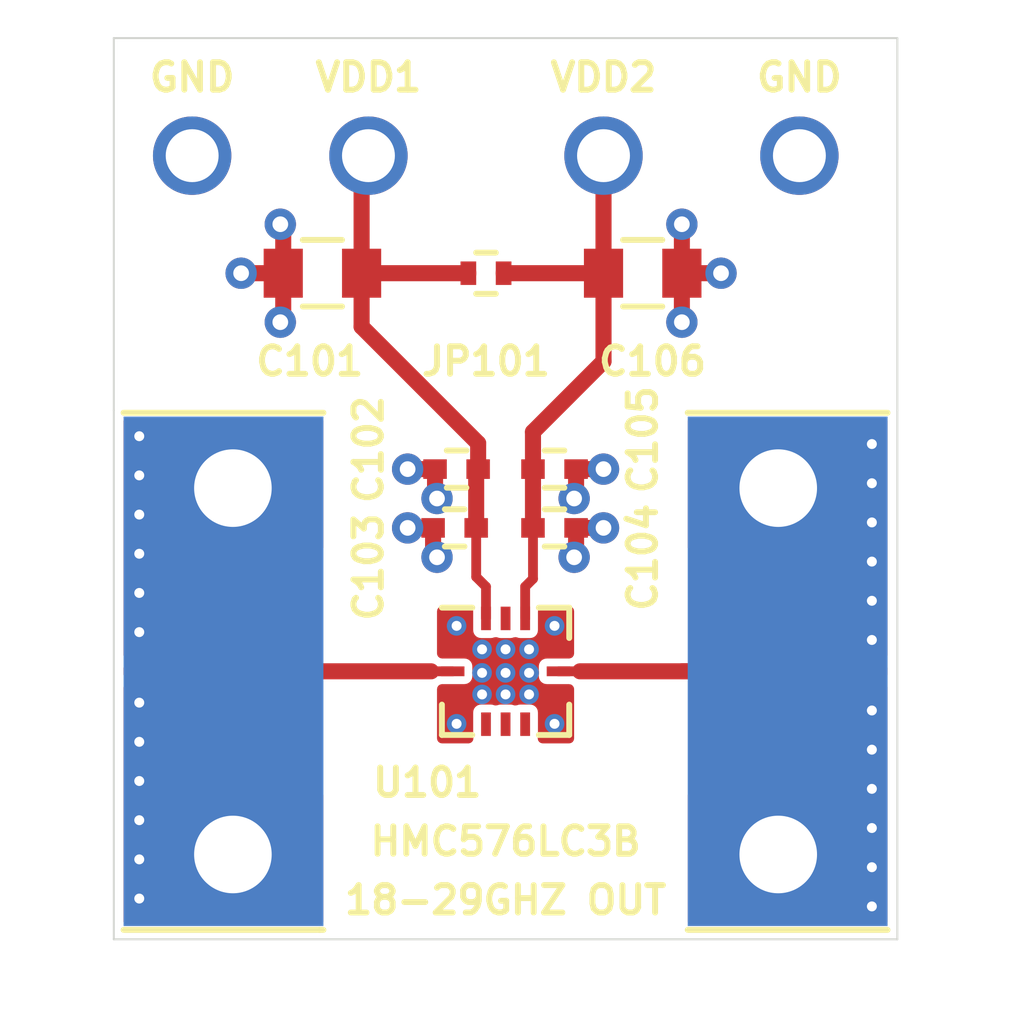
<source format=kicad_pcb>
(kicad_pcb (version 20171130) (host pcbnew 5.1.2)

  (general
    (thickness 1.6)
    (drawings 14)
    (tracks 82)
    (zones 0)
    (modules 14)
    (nets 6)
  )

  (page A4)
  (layers
    (0 F.Cu signal)
    (1 In1.Cu signal)
    (2 In2.Cu signal)
    (31 B.Cu signal)
    (32 B.Adhes user)
    (33 F.Adhes user)
    (34 B.Paste user)
    (35 F.Paste user)
    (36 B.SilkS user)
    (37 F.SilkS user)
    (38 B.Mask user)
    (39 F.Mask user)
    (40 Dwgs.User user)
    (41 Cmts.User user)
    (42 Eco1.User user)
    (43 Eco2.User user)
    (44 Edge.Cuts user)
    (45 Margin user)
    (46 B.CrtYd user)
    (47 F.CrtYd user)
    (48 B.Fab user)
    (49 F.Fab user)
  )

  (setup
    (last_trace_width 0.25)
    (user_trace_width 0.41)
    (trace_clearance 0.2)
    (zone_clearance 0.15)
    (zone_45_only no)
    (trace_min 0.2)
    (via_size 0.8)
    (via_drill 0.4)
    (via_min_size 0.4)
    (via_min_drill 0.254)
    (uvia_size 0.3)
    (uvia_drill 0.1)
    (uvias_allowed no)
    (uvia_min_size 0.2)
    (uvia_min_drill 0.1)
    (edge_width 0.05)
    (segment_width 0.2)
    (pcb_text_width 0.3)
    (pcb_text_size 1.5 1.5)
    (mod_edge_width 0.12)
    (mod_text_size 1 1)
    (mod_text_width 0.15)
    (pad_size 0.6 0.25)
    (pad_drill 0)
    (pad_to_mask_clearance 0.02)
    (solder_mask_min_width 0.25)
    (aux_axis_origin 0 0)
    (visible_elements FFFDFF7F)
    (pcbplotparams
      (layerselection 0x010fc_ffffffff)
      (usegerberextensions false)
      (usegerberattributes false)
      (usegerberadvancedattributes false)
      (creategerberjobfile false)
      (excludeedgelayer true)
      (linewidth 0.100000)
      (plotframeref false)
      (viasonmask false)
      (mode 1)
      (useauxorigin false)
      (hpglpennumber 1)
      (hpglpenspeed 20)
      (hpglpendiameter 15.000000)
      (psnegative false)
      (psa4output false)
      (plotreference true)
      (plotvalue true)
      (plotinvisibletext false)
      (padsonsilk false)
      (subtractmaskfromsilk false)
      (outputformat 1)
      (mirror false)
      (drillshape 1)
      (scaleselection 1)
      (outputdirectory ""))
  )

  (net 0 "")
  (net 1 GND)
  (net 2 "Net-(J101-Pad1)")
  (net 3 "Net-(C101-Pad1)")
  (net 4 "Net-(C104-Pad1)")
  (net 5 "Net-(J102-Pad1)")

  (net_class Default "This is the default net class."
    (clearance 0.2)
    (trace_width 0.25)
    (via_dia 0.8)
    (via_drill 0.4)
    (uvia_dia 0.3)
    (uvia_drill 0.1)
    (add_net GND)
    (add_net "Net-(C101-Pad1)")
    (add_net "Net-(C104-Pad1)")
    (add_net "Net-(J101-Pad1)")
    (add_net "Net-(J102-Pad1)")
  )

  (module vna_mm:sw_edge_oshpark_4layer (layer F.Cu) (tedit 5D05611E) (tstamp 5D055E2F)
    (at 77.25 101.16 90)
    (path /5D056133)
    (fp_text reference J101 (at -9 1.7 90) (layer F.SilkS) hide
      (effects (font (size 0.7 0.7) (thickness 0.15)))
    )
    (fp_text value Conn_Coaxial (at -8.34 0.5) (layer F.Fab)
      (effects (font (size 0.7 0.7) (thickness 0.15)))
    )
    (fp_poly (pts (xy -6.6 0) (xy -0.5 0) (xy -0.5 5.1) (xy -6.6 5.1)) (layer F.Mask) (width 0.1))
    (fp_poly (pts (xy 0.5 0) (xy 6.6 0) (xy 6.6 5.1) (xy 0.5 5.1)) (layer F.Mask) (width 0.1))
    (fp_poly (pts (xy -0.6 1.9) (xy 0.6 1.9) (xy 0.6 5.1) (xy -0.6 5.1)) (layer F.Mask) (width 0.1))
    (fp_poly (pts (xy -0.5 0) (xy 0.5 0) (xy 0.5 1.3) (xy -0.5 1.3)) (layer F.Mask) (width 0.1))
    (fp_line (start 6.6 0) (end 6.6 5.1) (layer F.SilkS) (width 0.15))
    (fp_line (start -6.6 0) (end -6.6 5) (layer F.SilkS) (width 0.15))
    (fp_line (start -6.6 5) (end -6.6 5.1) (layer F.SilkS) (width 0.15))
    (pad 2 smd rect (at 0 2.55 270) (size 13 5.1) (layers B.Cu B.Mask)
      (net 1 GND))
    (pad 2 smd rect (at 4.775 2.85 270) (size 3.25 4.5) (layers F.Cu F.Mask)
      (net 1 GND))
    (pad 2 smd rect (at -4.775 2.85 270) (size 3.25 4.5) (layers F.Cu F.Mask)
      (net 1 GND))
    (pad 2 thru_hole circle (at -4.675 2.79 90) (size 3 3) (drill 1.98) (layers *.Cu *.Mask)
      (net 1 GND))
    (pad 2 thru_hole circle (at 4.675 2.79 90) (size 3 3) (drill 1.98) (layers *.Cu *.Mask)
      (net 1 GND))
    (pad 1 smd rect (at 0 3.04 90) (size 0.41 4.08) (layers F.Cu)
      (net 2 "Net-(J101-Pad1)"))
    (pad 1 smd trapezoid (at 0 0.5 90) (size 0.3 1) (rect_delta 0 0.11 ) (layers F.Cu F.Mask)
      (net 2 "Net-(J101-Pad1)"))
    (pad 2 smd rect (at 3.4 0.3 270) (size 6 0.6) (layers F.Cu F.Mask)
      (net 1 GND))
    (pad 2 smd trapezoid (at 3.4 0.7 90) (size 5.8 0.2) (rect_delta 0 -0.2 ) (layers F.Cu F.Mask)
      (net 1 GND))
    (pad 2 thru_hole circle (at 1 0.4 90) (size 0.5 0.5) (drill 0.254) (layers *.Cu *.Mask)
      (net 1 GND))
    (pad 2 thru_hole circle (at 2 0.4 90) (size 0.5 0.5) (drill 0.254) (layers *.Cu *.Mask)
      (net 1 GND))
    (pad 2 thru_hole circle (at 3 0.4 90) (size 0.5 0.5) (drill 0.254) (layers *.Cu *.Mask)
      (net 1 GND))
    (pad 2 thru_hole circle (at 4 0.4 90) (size 0.5 0.5) (drill 0.254) (layers *.Cu *.Mask)
      (net 1 GND))
    (pad 2 thru_hole circle (at 5 0.4 90) (size 0.5 0.5) (drill 0.254) (layers *.Cu *.Mask)
      (net 1 GND))
    (pad 2 thru_hole circle (at 6 0.4 90) (size 0.5 0.5) (drill 0.254) (layers *.Cu *.Mask)
      (net 1 GND))
    (pad 2 smd trapezoid (at -3.4 0.7 90) (size 5.8 0.2) (rect_delta 0 -0.2 ) (layers F.Cu F.Mask)
      (net 1 GND))
    (pad 2 smd rect (at -3.4 0.3 270) (size 6 0.6) (layers F.Cu F.Mask)
      (net 1 GND))
    (pad 2 thru_hole circle (at -2.8 0.4 90) (size 0.5 0.5) (drill 0.254) (layers *.Cu *.Mask)
      (net 1 GND))
    (pad 2 thru_hole circle (at -0.8 0.4 90) (size 0.5 0.5) (drill 0.254) (layers *.Cu *.Mask)
      (net 1 GND))
    (pad 2 thru_hole circle (at -1.8 0.4 90) (size 0.5 0.5) (drill 0.254) (layers *.Cu *.Mask)
      (net 1 GND))
    (pad 2 thru_hole circle (at -5.8 0.4 90) (size 0.5 0.5) (drill 0.254) (layers *.Cu *.Mask)
      (net 1 GND))
    (pad 2 thru_hole circle (at -3.8 0.4 90) (size 0.5 0.5) (drill 0.254) (layers *.Cu *.Mask)
      (net 1 GND))
    (pad 2 thru_hole circle (at -4.8 0.4 90) (size 0.5 0.5) (drill 0.254) (layers *.Cu *.Mask)
      (net 1 GND))
  )

  (module vna_mm:sw_edge_oshpark_4layer (layer F.Cu) (tedit 5D05611E) (tstamp 5D056B15)
    (at 96.75 101.16 270)
    (path /5D055FC0)
    (fp_text reference J102 (at -9 1.7 90) (layer F.SilkS) hide
      (effects (font (size 0.7 0.7) (thickness 0.15)))
    )
    (fp_text value Conn_Coaxial (at -8.16 0.5) (layer F.Fab)
      (effects (font (size 0.7 0.7) (thickness 0.15)))
    )
    (fp_line (start -6.6 5) (end -6.6 5.1) (layer F.SilkS) (width 0.15))
    (fp_line (start -6.6 0) (end -6.6 5) (layer F.SilkS) (width 0.15))
    (fp_line (start 6.6 0) (end 6.6 5.1) (layer F.SilkS) (width 0.15))
    (fp_poly (pts (xy -0.5 0) (xy 0.5 0) (xy 0.5 1.3) (xy -0.5 1.3)) (layer F.Mask) (width 0.1))
    (fp_poly (pts (xy -0.6 1.9) (xy 0.6 1.9) (xy 0.6 5.1) (xy -0.6 5.1)) (layer F.Mask) (width 0.1))
    (fp_poly (pts (xy 0.5 0) (xy 6.6 0) (xy 6.6 5.1) (xy 0.5 5.1)) (layer F.Mask) (width 0.1))
    (fp_poly (pts (xy -6.6 0) (xy -0.5 0) (xy -0.5 5.1) (xy -6.6 5.1)) (layer F.Mask) (width 0.1))
    (pad 2 thru_hole circle (at -4.8 0.4 270) (size 0.5 0.5) (drill 0.254) (layers *.Cu *.Mask)
      (net 1 GND))
    (pad 2 thru_hole circle (at -3.8 0.4 270) (size 0.5 0.5) (drill 0.254) (layers *.Cu *.Mask)
      (net 1 GND))
    (pad 2 thru_hole circle (at -5.8 0.4 270) (size 0.5 0.5) (drill 0.254) (layers *.Cu *.Mask)
      (net 1 GND))
    (pad 2 thru_hole circle (at -1.8 0.4 270) (size 0.5 0.5) (drill 0.254) (layers *.Cu *.Mask)
      (net 1 GND))
    (pad 2 thru_hole circle (at -0.8 0.4 270) (size 0.5 0.5) (drill 0.254) (layers *.Cu *.Mask)
      (net 1 GND))
    (pad 2 thru_hole circle (at -2.8 0.4 270) (size 0.5 0.5) (drill 0.254) (layers *.Cu *.Mask)
      (net 1 GND))
    (pad 2 smd rect (at -3.4 0.3 90) (size 6 0.6) (layers F.Cu F.Mask)
      (net 1 GND))
    (pad 2 smd trapezoid (at -3.4 0.7 270) (size 5.8 0.2) (rect_delta 0 -0.2 ) (layers F.Cu F.Mask)
      (net 1 GND))
    (pad 2 thru_hole circle (at 6 0.4 270) (size 0.5 0.5) (drill 0.254) (layers *.Cu *.Mask)
      (net 1 GND))
    (pad 2 thru_hole circle (at 5 0.4 270) (size 0.5 0.5) (drill 0.254) (layers *.Cu *.Mask)
      (net 1 GND))
    (pad 2 thru_hole circle (at 4 0.4 270) (size 0.5 0.5) (drill 0.254) (layers *.Cu *.Mask)
      (net 1 GND))
    (pad 2 thru_hole circle (at 3 0.4 270) (size 0.5 0.5) (drill 0.254) (layers *.Cu *.Mask)
      (net 1 GND))
    (pad 2 thru_hole circle (at 2 0.4 270) (size 0.5 0.5) (drill 0.254) (layers *.Cu *.Mask)
      (net 1 GND))
    (pad 2 thru_hole circle (at 1 0.4 270) (size 0.5 0.5) (drill 0.254) (layers *.Cu *.Mask)
      (net 1 GND))
    (pad 2 smd trapezoid (at 3.4 0.7 270) (size 5.8 0.2) (rect_delta 0 -0.2 ) (layers F.Cu F.Mask)
      (net 1 GND))
    (pad 2 smd rect (at 3.4 0.3 90) (size 6 0.6) (layers F.Cu F.Mask)
      (net 1 GND))
    (pad 1 smd trapezoid (at 0 0.5 270) (size 0.3 1) (rect_delta 0 0.11 ) (layers F.Cu F.Mask)
      (net 5 "Net-(J102-Pad1)"))
    (pad 1 smd rect (at 0 3.04 270) (size 0.41 4.08) (layers F.Cu)
      (net 5 "Net-(J102-Pad1)"))
    (pad 2 thru_hole circle (at 4.675 2.79 270) (size 3 3) (drill 1.98) (layers *.Cu *.Mask)
      (net 1 GND))
    (pad 2 thru_hole circle (at -4.675 2.79 270) (size 3 3) (drill 1.98) (layers *.Cu *.Mask)
      (net 1 GND))
    (pad 2 smd rect (at -4.775 2.85 90) (size 3.25 4.5) (layers F.Cu F.Mask)
      (net 1 GND))
    (pad 2 smd rect (at 4.775 2.85 90) (size 3.25 4.5) (layers F.Cu F.Mask)
      (net 1 GND))
    (pad 2 smd rect (at 0 2.55 90) (size 13 5.1) (layers B.Cu B.Mask)
      (net 1 GND))
  )

  (module Capacitors_SMD:C_0805 (layer F.Cu) (tedit 5415D6EA) (tstamp 5D058E81)
    (at 82.325001 91 180)
    (descr "Capacitor SMD 0805, reflow soldering, AVX (see smccp.pdf)")
    (tags "capacitor 0805")
    (path /5D076157)
    (attr smd)
    (fp_text reference C101 (at 0.325001 -2.25) (layer F.SilkS)
      (effects (font (size 0.7 0.7) (thickness 0.15)))
    )
    (fp_text value "2.2 uF" (at 0 2.1) (layer F.Fab)
      (effects (font (size 0.7 0.7) (thickness 0.15)))
    )
    (fp_line (start -0.5 0.85) (end 0.5 0.85) (layer F.SilkS) (width 0.15))
    (fp_line (start 0.5 -0.85) (end -0.5 -0.85) (layer F.SilkS) (width 0.15))
    (fp_line (start 1.8 -1) (end 1.8 1) (layer F.CrtYd) (width 0.05))
    (fp_line (start -1.8 -1) (end -1.8 1) (layer F.CrtYd) (width 0.05))
    (fp_line (start -1.8 1) (end 1.8 1) (layer F.CrtYd) (width 0.05))
    (fp_line (start -1.8 -1) (end 1.8 -1) (layer F.CrtYd) (width 0.05))
    (pad 2 smd rect (at 1 0 180) (size 1 1.25) (layers F.Cu F.Paste F.Mask)
      (net 1 GND))
    (pad 1 smd rect (at -1 0 180) (size 1 1.25) (layers F.Cu F.Paste F.Mask)
      (net 3 "Net-(C101-Pad1)"))
    (model Capacitors_SMD.3dshapes/C_0805.wrl
      (at (xyz 0 0 0))
      (scale (xyz 1 1 1))
      (rotate (xyz 0 0 0))
    )
  )

  (module Capacitors_SMD:C_0402 (layer F.Cu) (tedit 5415D599) (tstamp 5D058E8D)
    (at 85.75 96 180)
    (descr "Capacitor SMD 0402, reflow soldering, AVX (see smccp.pdf)")
    (tags "capacitor 0402")
    (path /5D076151)
    (attr smd)
    (fp_text reference C102 (at 2.25 0.5 90) (layer F.SilkS)
      (effects (font (size 0.7 0.7) (thickness 0.15)))
    )
    (fp_text value "1000 pF" (at 0 1.7) (layer F.Fab)
      (effects (font (size 0.7 0.7) (thickness 0.15)))
    )
    (fp_line (start -0.25 0.475) (end 0.25 0.475) (layer F.SilkS) (width 0.15))
    (fp_line (start 0.25 -0.475) (end -0.25 -0.475) (layer F.SilkS) (width 0.15))
    (fp_line (start 1.15 -0.6) (end 1.15 0.6) (layer F.CrtYd) (width 0.05))
    (fp_line (start -1.15 -0.6) (end -1.15 0.6) (layer F.CrtYd) (width 0.05))
    (fp_line (start -1.15 0.6) (end 1.15 0.6) (layer F.CrtYd) (width 0.05))
    (fp_line (start -1.15 -0.6) (end 1.15 -0.6) (layer F.CrtYd) (width 0.05))
    (pad 2 smd rect (at 0.55 0 180) (size 0.6 0.5) (layers F.Cu F.Paste F.Mask)
      (net 1 GND))
    (pad 1 smd rect (at -0.55 0 180) (size 0.6 0.5) (layers F.Cu F.Paste F.Mask)
      (net 3 "Net-(C101-Pad1)"))
    (model Capacitors_SMD.3dshapes/C_0402.wrl
      (at (xyz 0 0 0))
      (scale (xyz 1 1 1))
      (rotate (xyz 0 0 0))
    )
  )

  (module Capacitors_SMD:C_0402 (layer F.Cu) (tedit 5415D599) (tstamp 5D058E99)
    (at 85.7 97.5 180)
    (descr "Capacitor SMD 0402, reflow soldering, AVX (see smccp.pdf)")
    (tags "capacitor 0402")
    (path /5D07614B)
    (attr smd)
    (fp_text reference C103 (at 2.2 -1 90) (layer F.SilkS)
      (effects (font (size 0.7 0.7) (thickness 0.15)))
    )
    (fp_text value "100 pF" (at 0 1.7) (layer F.Fab)
      (effects (font (size 0.7 0.7) (thickness 0.15)))
    )
    (fp_line (start -1.15 -0.6) (end 1.15 -0.6) (layer F.CrtYd) (width 0.05))
    (fp_line (start -1.15 0.6) (end 1.15 0.6) (layer F.CrtYd) (width 0.05))
    (fp_line (start -1.15 -0.6) (end -1.15 0.6) (layer F.CrtYd) (width 0.05))
    (fp_line (start 1.15 -0.6) (end 1.15 0.6) (layer F.CrtYd) (width 0.05))
    (fp_line (start 0.25 -0.475) (end -0.25 -0.475) (layer F.SilkS) (width 0.15))
    (fp_line (start -0.25 0.475) (end 0.25 0.475) (layer F.SilkS) (width 0.15))
    (pad 1 smd rect (at -0.55 0 180) (size 0.6 0.5) (layers F.Cu F.Paste F.Mask)
      (net 3 "Net-(C101-Pad1)"))
    (pad 2 smd rect (at 0.55 0 180) (size 0.6 0.5) (layers F.Cu F.Paste F.Mask)
      (net 1 GND))
    (model Capacitors_SMD.3dshapes/C_0402.wrl
      (at (xyz 0 0 0))
      (scale (xyz 1 1 1))
      (rotate (xyz 0 0 0))
    )
  )

  (module Capacitors_SMD:C_0402 (layer F.Cu) (tedit 5415D599) (tstamp 5D058EA5)
    (at 88.25 97.5)
    (descr "Capacitor SMD 0402, reflow soldering, AVX (see smccp.pdf)")
    (tags "capacitor 0402")
    (path /5D06BA78)
    (attr smd)
    (fp_text reference C104 (at 2.25 0.75 90) (layer F.SilkS)
      (effects (font (size 0.7 0.7) (thickness 0.15)))
    )
    (fp_text value "100 pF" (at 0 1.7) (layer F.Fab)
      (effects (font (size 0.7 0.7) (thickness 0.15)))
    )
    (fp_line (start -1.15 -0.6) (end 1.15 -0.6) (layer F.CrtYd) (width 0.05))
    (fp_line (start -1.15 0.6) (end 1.15 0.6) (layer F.CrtYd) (width 0.05))
    (fp_line (start -1.15 -0.6) (end -1.15 0.6) (layer F.CrtYd) (width 0.05))
    (fp_line (start 1.15 -0.6) (end 1.15 0.6) (layer F.CrtYd) (width 0.05))
    (fp_line (start 0.25 -0.475) (end -0.25 -0.475) (layer F.SilkS) (width 0.15))
    (fp_line (start -0.25 0.475) (end 0.25 0.475) (layer F.SilkS) (width 0.15))
    (pad 1 smd rect (at -0.55 0) (size 0.6 0.5) (layers F.Cu F.Paste F.Mask)
      (net 4 "Net-(C104-Pad1)"))
    (pad 2 smd rect (at 0.55 0) (size 0.6 0.5) (layers F.Cu F.Paste F.Mask)
      (net 1 GND))
    (model Capacitors_SMD.3dshapes/C_0402.wrl
      (at (xyz 0 0 0))
      (scale (xyz 1 1 1))
      (rotate (xyz 0 0 0))
    )
  )

  (module Capacitors_SMD:C_0402 (layer F.Cu) (tedit 5415D599) (tstamp 5D05A420)
    (at 88.25 96)
    (descr "Capacitor SMD 0402, reflow soldering, AVX (see smccp.pdf)")
    (tags "capacitor 0402")
    (path /5D06BFC7)
    (attr smd)
    (fp_text reference C105 (at 2.25 -0.75 90) (layer F.SilkS)
      (effects (font (size 0.7 0.7) (thickness 0.15)))
    )
    (fp_text value "1000 pF" (at 0 1.7) (layer F.Fab)
      (effects (font (size 0.7 0.7) (thickness 0.15)))
    )
    (fp_line (start -0.25 0.475) (end 0.25 0.475) (layer F.SilkS) (width 0.15))
    (fp_line (start 0.25 -0.475) (end -0.25 -0.475) (layer F.SilkS) (width 0.15))
    (fp_line (start 1.15 -0.6) (end 1.15 0.6) (layer F.CrtYd) (width 0.05))
    (fp_line (start -1.15 -0.6) (end -1.15 0.6) (layer F.CrtYd) (width 0.05))
    (fp_line (start -1.15 0.6) (end 1.15 0.6) (layer F.CrtYd) (width 0.05))
    (fp_line (start -1.15 -0.6) (end 1.15 -0.6) (layer F.CrtYd) (width 0.05))
    (pad 2 smd rect (at 0.55 0) (size 0.6 0.5) (layers F.Cu F.Paste F.Mask)
      (net 1 GND))
    (pad 1 smd rect (at -0.55 0) (size 0.6 0.5) (layers F.Cu F.Paste F.Mask)
      (net 4 "Net-(C104-Pad1)"))
    (model Capacitors_SMD.3dshapes/C_0402.wrl
      (at (xyz 0 0 0))
      (scale (xyz 1 1 1))
      (rotate (xyz 0 0 0))
    )
  )

  (module Capacitors_SMD:C_0805 (layer F.Cu) (tedit 5415D6EA) (tstamp 5D058EBD)
    (at 90.5 91)
    (descr "Capacitor SMD 0805, reflow soldering, AVX (see smccp.pdf)")
    (tags "capacitor 0805")
    (path /5D06C399)
    (attr smd)
    (fp_text reference C106 (at 0.25 2.25) (layer F.SilkS)
      (effects (font (size 0.7 0.7) (thickness 0.15)))
    )
    (fp_text value "2.2 uF" (at 0 2.1) (layer F.Fab)
      (effects (font (size 0.7 0.7) (thickness 0.15)))
    )
    (fp_line (start -1.8 -1) (end 1.8 -1) (layer F.CrtYd) (width 0.05))
    (fp_line (start -1.8 1) (end 1.8 1) (layer F.CrtYd) (width 0.05))
    (fp_line (start -1.8 -1) (end -1.8 1) (layer F.CrtYd) (width 0.05))
    (fp_line (start 1.8 -1) (end 1.8 1) (layer F.CrtYd) (width 0.05))
    (fp_line (start 0.5 -0.85) (end -0.5 -0.85) (layer F.SilkS) (width 0.15))
    (fp_line (start -0.5 0.85) (end 0.5 0.85) (layer F.SilkS) (width 0.15))
    (pad 1 smd rect (at -1 0) (size 1 1.25) (layers F.Cu F.Paste F.Mask)
      (net 4 "Net-(C104-Pad1)"))
    (pad 2 smd rect (at 1 0) (size 1 1.25) (layers F.Cu F.Paste F.Mask)
      (net 1 GND))
    (model Capacitors_SMD.3dshapes/C_0805.wrl
      (at (xyz 0 0 0))
      (scale (xyz 1 1 1))
      (rotate (xyz 0 0 0))
    )
  )

  (module vna_footprints:TURRET_MILLMAX_2101 (layer F.Cu) (tedit 5ACECEFF) (tstamp 5D058EC2)
    (at 79 88)
    (path /5D063FBF)
    (fp_text reference J103 (at 0 -1.8) (layer F.SilkS) hide
      (effects (font (size 0.7 0.7) (thickness 0.15)))
    )
    (fp_text value GND (at 0 -3.3) (layer F.Fab)
      (effects (font (size 0.7 0.7) (thickness 0.15)))
    )
    (pad 1 thru_hole circle (at 0 0) (size 2 2) (drill 1.35) (layers *.Cu *.Mask)
      (net 1 GND))
  )

  (module vna_footprints:TURRET_MILLMAX_2101 (layer F.Cu) (tedit 5ACECEFF) (tstamp 5D058EC7)
    (at 83.5 88)
    (path /5D0635C4)
    (fp_text reference J104 (at 0 -1.8) (layer F.SilkS) hide
      (effects (font (size 0.7 0.7) (thickness 0.15)))
    )
    (fp_text value VDD_1 (at 0 -3.3) (layer F.Fab)
      (effects (font (size 0.7 0.7) (thickness 0.15)))
    )
    (pad 1 thru_hole circle (at 0 0) (size 2 2) (drill 1.35) (layers *.Cu *.Mask)
      (net 3 "Net-(C101-Pad1)"))
  )

  (module vna_footprints:TURRET_MILLMAX_2101 (layer F.Cu) (tedit 5ACECEFF) (tstamp 5D058ECC)
    (at 89.5 88)
    (path /5D063D89)
    (fp_text reference J105 (at 0 -1.8) (layer F.SilkS) hide
      (effects (font (size 0.7 0.7) (thickness 0.15)))
    )
    (fp_text value VDD2 (at 0 -3.3) (layer F.Fab)
      (effects (font (size 0.7 0.7) (thickness 0.15)))
    )
    (pad 1 thru_hole circle (at 0 0) (size 2 2) (drill 1.35) (layers *.Cu *.Mask)
      (net 4 "Net-(C104-Pad1)"))
  )

  (module vna_footprints:TURRET_MILLMAX_2101 (layer F.Cu) (tedit 5ACECEFF) (tstamp 5D058ED1)
    (at 94.5 88)
    (path /5D063BBD)
    (fp_text reference J106 (at 0 -1.8) (layer F.SilkS) hide
      (effects (font (size 0.7 0.7) (thickness 0.15)))
    )
    (fp_text value GND (at 0 -3.3) (layer F.Fab)
      (effects (font (size 0.7 0.7) (thickness 0.15)))
    )
    (pad 1 thru_hole circle (at 0 0) (size 2 2) (drill 1.35) (layers *.Cu *.Mask)
      (net 1 GND))
  )

  (module Resistors_SMD:R_0402 (layer F.Cu) (tedit 5415CBB8) (tstamp 5D058EDD)
    (at 86.5 91)
    (descr "Resistor SMD 0402, reflow soldering, Vishay (see dcrcw.pdf)")
    (tags "resistor 0402")
    (path /5D068948)
    (attr smd)
    (fp_text reference JP101 (at 0 2.25) (layer F.SilkS)
      (effects (font (size 0.7 0.7) (thickness 0.15)))
    )
    (fp_text value JMP_VDDS (at 0 1.8) (layer F.Fab)
      (effects (font (size 0.7 0.7) (thickness 0.15)))
    )
    (fp_line (start -0.95 -0.65) (end 0.95 -0.65) (layer F.CrtYd) (width 0.05))
    (fp_line (start -0.95 0.65) (end 0.95 0.65) (layer F.CrtYd) (width 0.05))
    (fp_line (start -0.95 -0.65) (end -0.95 0.65) (layer F.CrtYd) (width 0.05))
    (fp_line (start 0.95 -0.65) (end 0.95 0.65) (layer F.CrtYd) (width 0.05))
    (fp_line (start 0.25 -0.525) (end -0.25 -0.525) (layer F.SilkS) (width 0.15))
    (fp_line (start -0.25 0.525) (end 0.25 0.525) (layer F.SilkS) (width 0.15))
    (pad 1 smd rect (at -0.45 0) (size 0.4 0.6) (layers F.Cu F.Paste F.Mask)
      (net 3 "Net-(C101-Pad1)"))
    (pad 2 smd rect (at 0.45 0) (size 0.4 0.6) (layers F.Cu F.Paste F.Mask)
      (net 4 "Net-(C104-Pad1)"))
    (model Resistors_SMD.3dshapes/R_0402.wrl
      (at (xyz 0 0 0))
      (scale (xyz 1 1 1))
      (rotate (xyz 0 0 0))
    )
  )

  (module vna_mm:LC3B (layer F.Cu) (tedit 5D058568) (tstamp 5D059C83)
    (at 87 101.16)
    (descr "UD Package; 12-Lead Plastic QFN (3mm x 3mm); (see Linear Technology QFN_12_ 05-08-1855.pdf)")
    (tags "QFN 0.5")
    (path /5D05AD2F)
    (attr smd)
    (fp_text reference U101 (at -2 2.84) (layer F.SilkS)
      (effects (font (size 0.7 0.7) (thickness 0.15)))
    )
    (fp_text value HMC576LC3B (at 0 2.75) (layer F.Fab)
      (effects (font (size 0.7 0.7) (thickness 0.15)))
    )
    (fp_line (start -2 -2) (end -2 2) (layer F.CrtYd) (width 0.05))
    (fp_line (start 2 -2) (end 2 2) (layer F.CrtYd) (width 0.05))
    (fp_line (start -2 -2) (end 2 -2) (layer F.CrtYd) (width 0.05))
    (fp_line (start -2 2) (end 2 2) (layer F.CrtYd) (width 0.05))
    (fp_line (start 1.625 -1.625) (end 1.625 -0.85) (layer F.SilkS) (width 0.15))
    (fp_line (start -1.625 1.625) (end -1.625 0.85) (layer F.SilkS) (width 0.15))
    (fp_line (start 1.625 1.625) (end 1.625 0.85) (layer F.SilkS) (width 0.15))
    (fp_line (start -1.625 -1.625) (end -0.85 -1.625) (layer F.SilkS) (width 0.15))
    (fp_line (start -1.625 1.625) (end -0.85 1.625) (layer F.SilkS) (width 0.15))
    (fp_line (start 1.625 1.625) (end 0.85 1.625) (layer F.SilkS) (width 0.15))
    (fp_line (start 1.625 -1.625) (end 0.85 -1.625) (layer F.SilkS) (width 0.15))
    (pad 1 smd roundrect (at -1.35 -0.5) (size 0.6 0.25) (layers F.Cu F.Paste F.Mask) (roundrect_rratio 0.25)
      (net 1 GND))
    (pad 2 smd rect (at -1.35 0) (size 0.6 0.25) (layers F.Cu F.Paste F.Mask)
      (net 2 "Net-(J101-Pad1)"))
    (pad 3 smd rect (at -1.35 0.5) (size 0.6 0.25) (layers F.Cu F.Paste F.Mask)
      (net 1 GND))
    (pad 4 smd rect (at -0.5 1.35 90) (size 0.6 0.25) (layers F.Cu F.Paste F.Mask))
    (pad 5 smd rect (at 0 1.35 90) (size 0.6 0.25) (layers F.Cu F.Paste F.Mask))
    (pad 6 smd rect (at 0.5 1.35 90) (size 0.6 0.25) (layers F.Cu F.Paste F.Mask))
    (pad 7 smd rect (at 1.35 0.5) (size 0.6 0.25) (layers F.Cu F.Paste F.Mask)
      (net 1 GND))
    (pad 8 smd rect (at 1.35 0) (size 0.6 0.25) (layers F.Cu F.Paste F.Mask)
      (net 5 "Net-(J102-Pad1)"))
    (pad 9 smd rect (at 1.35 -0.5) (size 0.6 0.25) (layers F.Cu F.Paste F.Mask)
      (net 1 GND))
    (pad 10 smd rect (at 0.5 -1.35 90) (size 0.6 0.25) (layers F.Cu F.Paste F.Mask)
      (net 4 "Net-(C104-Pad1)"))
    (pad 11 smd rect (at 0 -1.35 90) (size 0.6 0.25) (layers F.Cu F.Paste F.Mask))
    (pad 12 smd rect (at -0.5 -1.35 90) (size 0.6 0.25) (layers F.Cu F.Paste F.Mask)
      (net 3 "Net-(C101-Pad1)"))
    (pad 13 smd rect (at 0.375 0.375) (size 0.75 0.75) (layers F.Cu F.Paste F.Mask)
      (net 1 GND) (solder_paste_margin_ratio -0.2))
    (pad 13 smd rect (at 0.375 -0.375) (size 0.75 0.75) (layers F.Cu F.Paste F.Mask)
      (net 1 GND) (solder_paste_margin_ratio -0.2))
    (pad 13 smd rect (at -0.375 0.375) (size 0.75 0.75) (layers F.Cu F.Paste F.Mask)
      (net 1 GND) (solder_paste_margin_ratio -0.2))
    (pad 13 smd rect (at -0.375 -0.375) (size 0.75 0.75) (layers F.Cu F.Paste F.Mask)
      (net 1 GND) (solder_paste_margin_ratio -0.2))
    (model Housings_DFN_QFN.3dshapes/QFN-12-1EP_3x3mm_Pitch0.5mm.wrl
      (at (xyz 0 0 0))
      (scale (xyz 1 1 1))
      (rotate (xyz 0 0 0))
    )
  )

  (gr_poly (pts (xy 89.5 102) (xy 89.5 100.25) (xy 89.5 100.25) (xy 92 100.25) (xy 92 102)) (layer F.Mask) (width 0.1) (tstamp 5D05A597))
  (gr_poly (pts (xy 82 102) (xy 82 100.25) (xy 82.5 100.25) (xy 84.5 100.25) (xy 84.5 102)) (layer F.Mask) (width 0.1))
  (gr_text VDD1 (at 83.5 86) (layer F.SilkS) (tstamp 5D0591D8)
    (effects (font (size 0.7 0.7) (thickness 0.15)))
  )
  (gr_text VDD2 (at 89.5 86) (layer F.SilkS) (tstamp 5D0591D8)
    (effects (font (size 0.7 0.7) (thickness 0.15)))
  )
  (gr_text GND (at 94.5 86) (layer F.SilkS) (tstamp 5D0591D8)
    (effects (font (size 0.7 0.7) (thickness 0.15)))
  )
  (gr_text GND (at 79 86) (layer F.SilkS)
    (effects (font (size 0.7 0.7) (thickness 0.15)))
  )
  (gr_line (start 77 85) (end 77 94.5) (layer Edge.Cuts) (width 0.05) (tstamp 5D0590E5))
  (gr_line (start 97 94.5) (end 97 85) (layer Edge.Cuts) (width 0.05) (tstamp 5D0590E4))
  (gr_text "18-29GHZ OUT" (at 87 107) (layer F.SilkS) (tstamp 5D058DAA)
    (effects (font (size 0.7 0.7) (thickness 0.15)))
  )
  (gr_text HMC576LC3B (at 87 105.5) (layer F.SilkS) (tstamp 5D058DAA)
    (effects (font (size 0.7 0.7) (thickness 0.15)))
  )
  (gr_line (start 97 85) (end 77 85) (layer Edge.Cuts) (width 0.05) (tstamp 5D05792A))
  (gr_line (start 97 108) (end 97 94.5) (layer Edge.Cuts) (width 0.05) (tstamp 5D057D18))
  (gr_line (start 77 108) (end 97 108) (layer Edge.Cuts) (width 0.05))
  (gr_line (start 77 94.5) (end 77 108) (layer Edge.Cuts) (width 0.05))

  (via (at 89.5 97.5) (size 0.8) (drill 0.4) (layers F.Cu B.Cu) (net 1))
  (segment (start 88.8 97.5) (end 89.5 97.5) (width 0.41) (layer F.Cu) (net 1))
  (via (at 89.5 96) (size 0.8) (drill 0.4) (layers F.Cu B.Cu) (net 1))
  (segment (start 88.8 96) (end 89.5 96) (width 0.41) (layer F.Cu) (net 1))
  (via (at 88.75 96.75) (size 0.8) (drill 0.4) (layers F.Cu B.Cu) (net 1))
  (segment (start 88.8 96) (end 88.8 96.7) (width 0.41) (layer F.Cu) (net 1))
  (segment (start 88.8 96.7) (end 88.75 96.75) (width 0.41) (layer F.Cu) (net 1))
  (via (at 88.75 98.25) (size 0.8) (drill 0.4) (layers F.Cu B.Cu) (net 1))
  (segment (start 88.8 97.5) (end 88.8 98.2) (width 0.41) (layer F.Cu) (net 1))
  (segment (start 88.8 98.2) (end 88.75 98.25) (width 0.41) (layer F.Cu) (net 1))
  (via (at 85.25 98.25) (size 0.8) (drill 0.4) (layers F.Cu B.Cu) (net 1))
  (segment (start 85.15 97.5) (end 85.15 98.15) (width 0.41) (layer F.Cu) (net 1))
  (segment (start 85.15 98.15) (end 85.25 98.25) (width 0.41) (layer F.Cu) (net 1))
  (via (at 84.5 97.5) (size 0.8) (drill 0.4) (layers F.Cu B.Cu) (net 1))
  (segment (start 85.15 97.5) (end 84.5 97.5) (width 0.41) (layer F.Cu) (net 1))
  (via (at 84.5 96) (size 0.8) (drill 0.4) (layers F.Cu B.Cu) (net 1))
  (segment (start 85.2 96) (end 84.5 96) (width 0.41) (layer F.Cu) (net 1))
  (via (at 85.25 96.75) (size 0.8) (drill 0.4) (layers F.Cu B.Cu) (net 1))
  (segment (start 85.2 96) (end 85.2 96.7) (width 0.41) (layer F.Cu) (net 1))
  (segment (start 85.2 96.7) (end 85.25 96.75) (width 0.41) (layer F.Cu) (net 1))
  (via (at 80.25 91) (size 0.8) (drill 0.4) (layers F.Cu B.Cu) (net 1))
  (segment (start 81.325001 91) (end 80.25 91) (width 0.41) (layer F.Cu) (net 1))
  (via (at 81.25 92.25) (size 0.8) (drill 0.4) (layers F.Cu B.Cu) (net 1))
  (segment (start 81.325001 91) (end 81.325001 92.174999) (width 0.41) (layer F.Cu) (net 1))
  (segment (start 81.325001 92.174999) (end 81.25 92.25) (width 0.41) (layer F.Cu) (net 1))
  (via (at 81.25 89.75) (size 0.8) (drill 0.4) (layers F.Cu B.Cu) (net 1))
  (segment (start 81.325001 91) (end 81.325001 89.825001) (width 0.41) (layer F.Cu) (net 1))
  (segment (start 81.325001 89.825001) (end 81.25 89.75) (width 0.41) (layer F.Cu) (net 1))
  (via (at 91.5 89.75) (size 0.8) (drill 0.4) (layers F.Cu B.Cu) (net 1))
  (segment (start 91.5 91) (end 91.5 89.75) (width 0.41) (layer F.Cu) (net 1))
  (via (at 92.5 91) (size 0.8) (drill 0.4) (layers F.Cu B.Cu) (net 1))
  (segment (start 91.5 91) (end 92.5 91) (width 0.41) (layer F.Cu) (net 1))
  (via (at 91.5 92.25) (size 0.8) (drill 0.4) (layers F.Cu B.Cu) (net 1))
  (segment (start 91.5 91) (end 91.5 92.25) (width 0.41) (layer F.Cu) (net 1))
  (segment (start 86.5 100.66) (end 86.625 100.785) (width 0.25) (layer F.Cu) (net 1))
  (segment (start 85.65 100.66) (end 86.5 100.66) (width 0.25) (layer F.Cu) (net 1))
  (segment (start 86.5 101.66) (end 86.625 101.535) (width 0.25) (layer F.Cu) (net 1))
  (segment (start 85.65 101.66) (end 86.5 101.66) (width 0.25) (layer F.Cu) (net 1))
  (segment (start 87.5 101.66) (end 87.375 101.535) (width 0.25) (layer F.Cu) (net 1))
  (segment (start 88.35 101.66) (end 87.5 101.66) (width 0.25) (layer F.Cu) (net 1))
  (segment (start 87.5 100.66) (end 87.375 100.785) (width 0.25) (layer F.Cu) (net 1))
  (segment (start 88.35 100.66) (end 87.5 100.66) (width 0.25) (layer F.Cu) (net 1))
  (via (at 85.75 100) (size 0.5) (drill 0.254) (layers F.Cu B.Cu) (net 1))
  (via (at 85.75 102.5) (size 0.5) (drill 0.254) (layers F.Cu B.Cu) (net 1) (tstamp 5D05A76F))
  (via (at 88.25 102.5) (size 0.5) (drill 0.254) (layers F.Cu B.Cu) (net 1) (tstamp 5D05A771))
  (via (at 88.25 100) (size 0.5) (drill 0.254) (layers F.Cu B.Cu) (net 1) (tstamp 5D05A773))
  (via (at 87.6 100.6) (size 0.5) (drill 0.254) (layers F.Cu B.Cu) (net 1) (tstamp 5D05A775))
  (via (at 87 100.6) (size 0.5) (drill 0.254) (layers F.Cu B.Cu) (net 1) (tstamp 5D05A777))
  (via (at 86.4 100.6) (size 0.5) (drill 0.254) (layers F.Cu B.Cu) (net 1) (tstamp 5D05A779))
  (via (at 86.4 101.2) (size 0.5) (drill 0.254) (layers F.Cu B.Cu) (net 1) (tstamp 5D05A77B))
  (via (at 87 101.2) (size 0.5) (drill 0.254) (layers F.Cu B.Cu) (net 1) (tstamp 5D05A77D))
  (via (at 87.6 101.2) (size 0.5) (drill 0.254) (layers F.Cu B.Cu) (net 1) (tstamp 5D05A77F))
  (via (at 87.6 101.75) (size 0.5) (drill 0.254) (layers F.Cu B.Cu) (net 1) (tstamp 5D05A781))
  (via (at 87 101.75) (size 0.5) (drill 0.254) (layers F.Cu B.Cu) (net 1) (tstamp 5D05A783))
  (via (at 86.4 101.75) (size 0.5) (drill 0.254) (layers F.Cu B.Cu) (net 1) (tstamp 5D05A785))
  (segment (start 80.394002 101.16) (end 85.1 101.16) (width 0.41) (layer F.Cu) (net 2))
  (segment (start 84.995998 101.16) (end 85.65 101.16) (width 0.25) (layer F.Cu) (net 2))
  (segment (start 77.75 101.16) (end 80.29 101.16) (width 0.25) (layer F.Cu) (net 2))
  (segment (start 86.5 99.81) (end 86.5 99) (width 0.25) (layer F.Cu) (net 3))
  (segment (start 86.25 98.75) (end 86.25 97.5) (width 0.25) (layer F.Cu) (net 3))
  (segment (start 86.5 99) (end 86.25 98.75) (width 0.25) (layer F.Cu) (net 3))
  (segment (start 86.25 96.05) (end 86.3 96) (width 0.41) (layer F.Cu) (net 3))
  (segment (start 86.25 97.5) (end 86.25 96.05) (width 0.41) (layer F.Cu) (net 3))
  (segment (start 86.3 96) (end 86.3 95.34) (width 0.41) (layer F.Cu) (net 3))
  (segment (start 83.325001 92.365001) (end 83.325001 91) (width 0.41) (layer F.Cu) (net 3))
  (segment (start 86.3 95.34) (end 83.325001 92.365001) (width 0.41) (layer F.Cu) (net 3))
  (segment (start 83.325001 88.174999) (end 83.5 88) (width 0.41) (layer F.Cu) (net 3))
  (segment (start 83.325001 91) (end 83.325001 88.174999) (width 0.41) (layer F.Cu) (net 3))
  (segment (start 86.05 91) (end 83.325001 91) (width 0.41) (layer F.Cu) (net 3))
  (segment (start 86.95 91) (end 89.5 91) (width 0.41) (layer F.Cu) (net 4))
  (segment (start 87.7 96) (end 87.7 95.05) (width 0.41) (layer F.Cu) (net 4))
  (segment (start 89.5 93.25) (end 89.5 91) (width 0.41) (layer F.Cu) (net 4))
  (segment (start 87.7 95.05) (end 89.5 93.25) (width 0.41) (layer F.Cu) (net 4))
  (segment (start 87.7 96) (end 87.7 97.5) (width 0.41) (layer F.Cu) (net 4))
  (segment (start 87.5 99.81) (end 87.5 99) (width 0.25) (layer F.Cu) (net 4))
  (segment (start 87.7 98.8) (end 87.7 97.5) (width 0.25) (layer F.Cu) (net 4))
  (segment (start 87.5 99) (end 87.7 98.8) (width 0.25) (layer F.Cu) (net 4))
  (segment (start 89.5 91) (end 89.5 88) (width 0.41) (layer F.Cu) (net 4))
  (segment (start 93.96 101.16) (end 91.51 101.16) (width 0.41) (layer F.Cu) (net 5))
  (segment (start 93.605998 101.16) (end 88.9 101.16) (width 0.41) (layer F.Cu) (net 5))
  (segment (start 89.004002 101.16) (end 88.35 101.16) (width 0.25) (layer F.Cu) (net 5))
  (segment (start 93.71 101.16) (end 96.25 101.16) (width 0.25) (layer F.Cu) (net 5))

  (zone (net 1) (net_name GND) (layer In1.Cu) (tstamp 0) (hatch edge 0.508)
    (connect_pads yes (clearance 0.15))
    (min_thickness 0.254)
    (fill yes (arc_segments 32) (thermal_gap 0.508) (thermal_bridge_width 0.508))
    (polygon
      (pts
        (xy 97 108) (xy 77 108) (xy 77 85) (xy 97 85)
      )
    )
    (filled_polygon
      (pts
        (xy 96.698 94.514832) (xy 96.698001 94.514842) (xy 96.698 107.698) (xy 77.302 107.698) (xy 77.302 87.869302)
        (xy 82.173 87.869302) (xy 82.173 88.130698) (xy 82.223996 88.387072) (xy 82.324028 88.62857) (xy 82.469252 88.845913)
        (xy 82.654087 89.030748) (xy 82.87143 89.175972) (xy 83.112928 89.276004) (xy 83.369302 89.327) (xy 83.630698 89.327)
        (xy 83.887072 89.276004) (xy 84.12857 89.175972) (xy 84.345913 89.030748) (xy 84.530748 88.845913) (xy 84.675972 88.62857)
        (xy 84.776004 88.387072) (xy 84.827 88.130698) (xy 84.827 87.869302) (xy 88.173 87.869302) (xy 88.173 88.130698)
        (xy 88.223996 88.387072) (xy 88.324028 88.62857) (xy 88.469252 88.845913) (xy 88.654087 89.030748) (xy 88.87143 89.175972)
        (xy 89.112928 89.276004) (xy 89.369302 89.327) (xy 89.630698 89.327) (xy 89.887072 89.276004) (xy 90.12857 89.175972)
        (xy 90.345913 89.030748) (xy 90.530748 88.845913) (xy 90.675972 88.62857) (xy 90.776004 88.387072) (xy 90.827 88.130698)
        (xy 90.827 87.869302) (xy 90.776004 87.612928) (xy 90.675972 87.37143) (xy 90.530748 87.154087) (xy 90.345913 86.969252)
        (xy 90.12857 86.824028) (xy 89.887072 86.723996) (xy 89.630698 86.673) (xy 89.369302 86.673) (xy 89.112928 86.723996)
        (xy 88.87143 86.824028) (xy 88.654087 86.969252) (xy 88.469252 87.154087) (xy 88.324028 87.37143) (xy 88.223996 87.612928)
        (xy 88.173 87.869302) (xy 84.827 87.869302) (xy 84.776004 87.612928) (xy 84.675972 87.37143) (xy 84.530748 87.154087)
        (xy 84.345913 86.969252) (xy 84.12857 86.824028) (xy 83.887072 86.723996) (xy 83.630698 86.673) (xy 83.369302 86.673)
        (xy 83.112928 86.723996) (xy 82.87143 86.824028) (xy 82.654087 86.969252) (xy 82.469252 87.154087) (xy 82.324028 87.37143)
        (xy 82.223996 87.612928) (xy 82.173 87.869302) (xy 77.302 87.869302) (xy 77.302 85.302) (xy 96.698001 85.302)
      )
    )
  )
  (zone (net 1) (net_name GND) (layer F.Cu) (tstamp 0) (hatch edge 0.508)
    (connect_pads yes (clearance 0.15))
    (min_thickness 0.254)
    (fill yes (arc_segments 32) (thermal_gap 0.508) (thermal_bridge_width 0.508))
    (polygon
      (pts
        (xy 85.25 99.5) (xy 85.25 103) (xy 88.75 103) (xy 88.75 99.5)
      )
    )
    (filled_polygon
      (pts
        (xy 86.046418 100.11) (xy 86.052732 100.174103) (xy 86.07143 100.235743) (xy 86.101794 100.29255) (xy 86.142657 100.342343)
        (xy 86.19245 100.383206) (xy 86.249257 100.41357) (xy 86.310897 100.432268) (xy 86.375 100.438582) (xy 86.625 100.438582)
        (xy 86.689103 100.432268) (xy 86.75 100.413795) (xy 86.810897 100.432268) (xy 86.875 100.438582) (xy 87.125 100.438582)
        (xy 87.189103 100.432268) (xy 87.25 100.413795) (xy 87.310897 100.432268) (xy 87.375 100.438582) (xy 87.625 100.438582)
        (xy 87.689103 100.432268) (xy 87.750743 100.41357) (xy 87.80755 100.383206) (xy 87.857343 100.342343) (xy 87.898206 100.29255)
        (xy 87.92857 100.235743) (xy 87.947268 100.174103) (xy 87.953582 100.11) (xy 87.953582 99.627) (xy 88.623 99.627)
        (xy 88.623 100.704832) (xy 88.620032 100.706418) (xy 88.05 100.706418) (xy 87.985897 100.712732) (xy 87.924257 100.73143)
        (xy 87.86745 100.761794) (xy 87.817657 100.802657) (xy 87.776794 100.85245) (xy 87.74643 100.909257) (xy 87.727732 100.970897)
        (xy 87.721418 101.035) (xy 87.721418 101.285) (xy 87.727732 101.349103) (xy 87.74643 101.410743) (xy 87.776794 101.46755)
        (xy 87.817657 101.517343) (xy 87.86745 101.558206) (xy 87.924257 101.58857) (xy 87.985897 101.607268) (xy 88.05 101.613582)
        (xy 88.620032 101.613582) (xy 88.623 101.615168) (xy 88.623 102.873) (xy 87.947377 102.873) (xy 87.953582 102.81)
        (xy 87.953582 102.21) (xy 87.947268 102.145897) (xy 87.92857 102.084257) (xy 87.898206 102.02745) (xy 87.857343 101.977657)
        (xy 87.80755 101.936794) (xy 87.750743 101.90643) (xy 87.689103 101.887732) (xy 87.625 101.881418) (xy 87.375 101.881418)
        (xy 87.310897 101.887732) (xy 87.25 101.906205) (xy 87.189103 101.887732) (xy 87.125 101.881418) (xy 86.875 101.881418)
        (xy 86.810897 101.887732) (xy 86.75 101.906205) (xy 86.689103 101.887732) (xy 86.625 101.881418) (xy 86.375 101.881418)
        (xy 86.310897 101.887732) (xy 86.249257 101.90643) (xy 86.19245 101.936794) (xy 86.142657 101.977657) (xy 86.101794 102.02745)
        (xy 86.07143 102.084257) (xy 86.052732 102.145897) (xy 86.046418 102.21) (xy 86.046418 102.81) (xy 86.052623 102.873)
        (xy 85.377 102.873) (xy 85.377 101.615168) (xy 85.379968 101.613582) (xy 85.95 101.613582) (xy 86.014103 101.607268)
        (xy 86.075743 101.58857) (xy 86.13255 101.558206) (xy 86.182343 101.517343) (xy 86.223206 101.46755) (xy 86.25357 101.410743)
        (xy 86.272268 101.349103) (xy 86.278582 101.285) (xy 86.278582 101.035) (xy 86.272268 100.970897) (xy 86.25357 100.909257)
        (xy 86.223206 100.85245) (xy 86.182343 100.802657) (xy 86.13255 100.761794) (xy 86.075743 100.73143) (xy 86.014103 100.712732)
        (xy 85.95 100.706418) (xy 85.379968 100.706418) (xy 85.377 100.704832) (xy 85.377 99.627) (xy 86.046418 99.627)
      )
    )
  )
)

</source>
